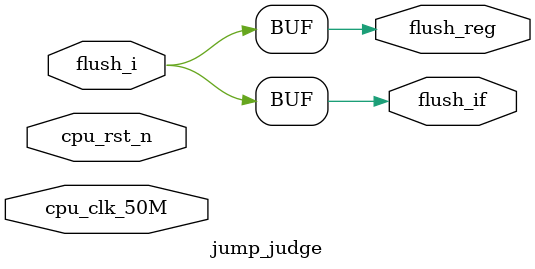
<source format=v>

`include "defines.v"

module jump_judge (
    input   cpu_clk_50M,
    input   cpu_rst_n,

    input   wire    flush_i,
    output  wire    flush_if,
    output  reg     flush_reg

);
    assign  flush_if = flush_i;

    always @(cpu_clk_50M) begin
        flush_reg   <=  flush_i;
    end 
endmodule
</source>
